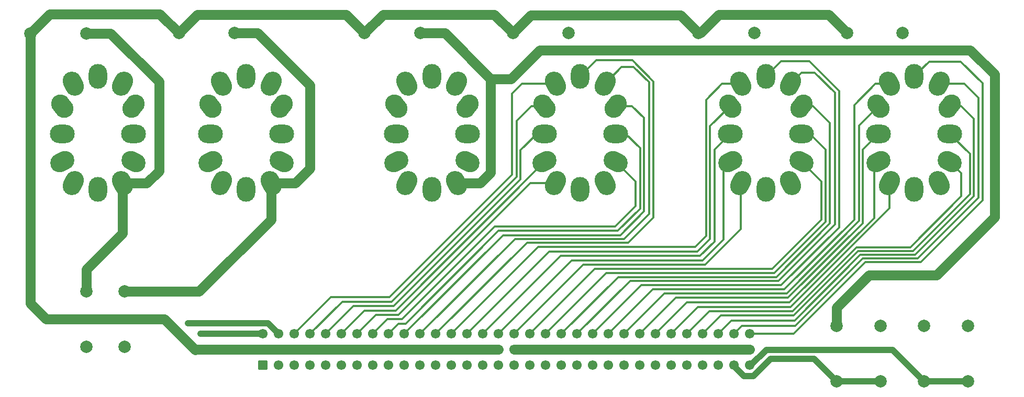
<source format=gbr>
%TF.GenerationSoftware,KiCad,Pcbnew,8.0.8*%
%TF.CreationDate,2025-04-20T11:12:47-07:00*%
%TF.ProjectId,display,64697370-6c61-4792-9e6b-696361645f70,rev?*%
%TF.SameCoordinates,Original*%
%TF.FileFunction,Copper,L1,Top*%
%TF.FilePolarity,Positive*%
%FSLAX46Y46*%
G04 Gerber Fmt 4.6, Leading zero omitted, Abs format (unit mm)*
G04 Created by KiCad (PCBNEW 8.0.8) date 2025-04-20 11:12:47*
%MOMM*%
%LPD*%
G01*
G04 APERTURE LIST*
G04 Aperture macros list*
%AMRoundRect*
0 Rectangle with rounded corners*
0 $1 Rounding radius*
0 $2 $3 $4 $5 $6 $7 $8 $9 X,Y pos of 4 corners*
0 Add a 4 corners polygon primitive as box body*
4,1,4,$2,$3,$4,$5,$6,$7,$8,$9,$2,$3,0*
0 Add four circle primitives for the rounded corners*
1,1,$1+$1,$2,$3*
1,1,$1+$1,$4,$5*
1,1,$1+$1,$6,$7*
1,1,$1+$1,$8,$9*
0 Add four rect primitives between the rounded corners*
20,1,$1+$1,$2,$3,$4,$5,0*
20,1,$1+$1,$4,$5,$6,$7,0*
20,1,$1+$1,$6,$7,$8,$9,0*
20,1,$1+$1,$8,$9,$2,$3,0*%
%AMHorizOval*
0 Thick line with rounded ends*
0 $1 width*
0 $2 $3 position (X,Y) of the first rounded end (center of the circle)*
0 $4 $5 position (X,Y) of the second rounded end (center of the circle)*
0 Add line between two ends*
20,1,$1,$2,$3,$4,$5,0*
0 Add two circle primitives to create the rounded ends*
1,1,$1,$2,$3*
1,1,$1,$4,$5*%
G04 Aperture macros list end*
%TA.AperFunction,ComponentPad*%
%ADD10HorizOval,3.000000X-0.223880X0.447077X0.223880X-0.447077X0*%
%TD*%
%TA.AperFunction,ComponentPad*%
%ADD11HorizOval,3.000000X-0.447077X0.223880X0.447077X-0.223880X0*%
%TD*%
%TA.AperFunction,ComponentPad*%
%ADD12O,4.000000X3.000000*%
%TD*%
%TA.AperFunction,ComponentPad*%
%ADD13HorizOval,3.000000X-0.307831X-0.394005X0.307831X0.394005X0*%
%TD*%
%TA.AperFunction,ComponentPad*%
%ADD14HorizOval,3.000000X-0.223880X-0.447077X0.223880X0.447077X0*%
%TD*%
%TA.AperFunction,ComponentPad*%
%ADD15O,3.000000X4.000000*%
%TD*%
%TA.AperFunction,ComponentPad*%
%ADD16HorizOval,3.000000X-0.223880X0.447077X0.223880X-0.447077X0*%
%TD*%
%TA.AperFunction,ComponentPad*%
%ADD17HorizOval,3.000000X-0.307831X0.394005X0.307831X-0.394005X0*%
%TD*%
%TA.AperFunction,ComponentPad*%
%ADD18HorizOval,3.000000X0.447077X0.223880X-0.447077X-0.223880X0*%
%TD*%
%TA.AperFunction,ComponentPad*%
%ADD19HorizOval,3.000000X0.223880X0.447077X-0.223880X-0.447077X0*%
%TD*%
%TA.AperFunction,ComponentPad*%
%ADD20C,2.000000*%
%TD*%
%TA.AperFunction,ComponentPad*%
%ADD21RoundRect,0.249999X-0.525001X-0.525001X0.525001X-0.525001X0.525001X0.525001X-0.525001X0.525001X0*%
%TD*%
%TA.AperFunction,ComponentPad*%
%ADD22C,1.550000*%
%TD*%
%TA.AperFunction,ViaPad*%
%ADD23C,0.600000*%
%TD*%
%TA.AperFunction,Conductor*%
%ADD24C,0.300000*%
%TD*%
%TA.AperFunction,Conductor*%
%ADD25C,1.600000*%
%TD*%
%TA.AperFunction,Conductor*%
%ADD26C,1.000000*%
%TD*%
G04 APERTURE END LIST*
D10*
%TO.P,N3,1,A*%
%TO.N,MD3*%
X144303700Y-92450000D03*
D11*
%TO.P,N3,2,D0*%
%TO.N,/T3-0*%
X146053700Y-88950000D03*
D12*
%TO.P,N3,3,D9*%
%TO.N,/T3-9*%
X146053700Y-84450000D03*
D13*
%TO.P,N3,4,D8*%
%TO.N,/T3-8*%
X146053700Y-79950000D03*
D14*
%TO.P,N3,5,D7*%
%TO.N,/T3-7*%
X144303700Y-76325000D03*
D15*
%TO.P,N3,6,D6*%
%TO.N,/T3-6*%
X140303700Y-75200000D03*
D16*
%TO.P,N3,7,D5*%
%TO.N,/T3-5*%
X136303700Y-76325000D03*
D17*
%TO.P,N3,8,D4*%
%TO.N,/T3-4*%
X134553700Y-79950000D03*
D12*
%TO.P,N3,9,D3*%
%TO.N,/T3-3*%
X134553700Y-84450000D03*
D18*
%TO.P,N3,10,D2*%
%TO.N,/T3-2*%
X134553700Y-88950000D03*
D19*
%TO.P,N3,11,D1*%
%TO.N,/T3-1*%
X136303700Y-92450000D03*
D15*
%TO.P,N3,12,NC*%
%TO.N,unconnected-(N3-NC-Pad12)*%
X140303700Y-93450000D03*
%TD*%
D20*
%TO.P,R2,1*%
%TO.N,Net-(N2-A)*%
X108424000Y-68170000D03*
%TO.P,R2,2*%
%TO.N,Net-(J1-Pin_b1)*%
X99424000Y-68170000D03*
%TD*%
%TO.P,R1,1*%
%TO.N,Net-(N1-A)*%
X84424000Y-68190000D03*
%TO.P,R1,2*%
%TO.N,Net-(J1-Pin_b1)*%
X75424000Y-68190000D03*
%TD*%
%TO.P,R3,1*%
%TO.N,MD3*%
X138433700Y-68170000D03*
%TO.P,R3,2*%
%TO.N,Net-(J1-Pin_b1)*%
X129433700Y-68170000D03*
%TD*%
%TO.P,R11,1*%
%TO.N,Net-(N5-A)*%
X219946666Y-115530000D03*
%TO.P,R11,2*%
%TO.N,Net-(J1-Pin_a32)*%
X219946666Y-124530000D03*
%TD*%
%TO.P,R4,1*%
%TO.N,MD4*%
X162446800Y-68170000D03*
%TO.P,R4,2*%
%TO.N,Net-(J1-Pin_b1)*%
X153446800Y-68170000D03*
%TD*%
%TO.P,R5,1*%
%TO.N,Net-(N5-A)*%
X192456900Y-68170000D03*
%TO.P,R5,2*%
%TO.N,Net-(J1-Pin_b1)*%
X183456900Y-68170000D03*
%TD*%
%TO.P,R7,1*%
%TO.N,Net-(N1-A)*%
X84450000Y-109960000D03*
%TO.P,R7,2*%
%TO.N,Net-(J1-Pin_c2)*%
X84450000Y-118960000D03*
%TD*%
D10*
%TO.P,N4,1,A*%
%TO.N,MD4*%
X168316800Y-92450000D03*
D11*
%TO.P,N4,2,D0*%
%TO.N,/T4-0*%
X170066800Y-88950000D03*
D12*
%TO.P,N4,3,D9*%
%TO.N,/T4-9*%
X170066800Y-84450000D03*
D13*
%TO.P,N4,4,D8*%
%TO.N,/T4-8*%
X170066800Y-79950000D03*
D14*
%TO.P,N4,5,D7*%
%TO.N,/T4-7*%
X168316800Y-76325000D03*
D15*
%TO.P,N4,6,D6*%
%TO.N,/T4-6*%
X164316800Y-75200000D03*
D16*
%TO.P,N4,7,D5*%
%TO.N,/T4-5*%
X160316800Y-76325000D03*
D17*
%TO.P,N4,8,D4*%
%TO.N,/T4-4*%
X158566800Y-79950000D03*
D12*
%TO.P,N4,9,D3*%
%TO.N,/T4-3*%
X158566800Y-84450000D03*
D18*
%TO.P,N4,10,D2*%
%TO.N,/T4-2*%
X158566800Y-88950000D03*
D19*
%TO.P,N4,11,D1*%
%TO.N,/T4-1*%
X160316800Y-92450000D03*
D15*
%TO.P,N4,12,NC*%
%TO.N,unconnected-(N4-NC-Pad12)*%
X164316800Y-93450000D03*
%TD*%
D10*
%TO.P,N2,1,A*%
%TO.N,Net-(N2-A)*%
X114304000Y-92450000D03*
D11*
%TO.P,N2,2,D0*%
%TO.N,/T2-0*%
X116054000Y-88950000D03*
D12*
%TO.P,N2,3,D9*%
%TO.N,/T2-9*%
X116054000Y-84450000D03*
D13*
%TO.P,N2,4,D8*%
%TO.N,/T2-8*%
X116054000Y-79950000D03*
D14*
%TO.P,N2,5,D7*%
%TO.N,/T2-7*%
X114304000Y-76325000D03*
D15*
%TO.P,N2,6,D6*%
%TO.N,/T2-6*%
X110304000Y-75200000D03*
D16*
%TO.P,N2,7,D5*%
%TO.N,/T2-5*%
X106304000Y-76325000D03*
D17*
%TO.P,N2,8,D4*%
%TO.N,/T2-4*%
X104554000Y-79950000D03*
D12*
%TO.P,N2,9,D3*%
%TO.N,/T2-3*%
X104554000Y-84450000D03*
D18*
%TO.P,N2,10,D2*%
%TO.N,/T2-2*%
X104554000Y-88950000D03*
D19*
%TO.P,N2,11,D1*%
%TO.N,/T2-1*%
X106304000Y-92450000D03*
D15*
%TO.P,N2,12,NC*%
%TO.N,unconnected-(N2-NC-Pad12)*%
X110304000Y-93450000D03*
%TD*%
D10*
%TO.P,N5,1,A*%
%TO.N,Net-(N5-A)*%
X198316900Y-92450000D03*
D11*
%TO.P,N5,2,D0*%
%TO.N,/T5-0*%
X200066900Y-88950000D03*
D12*
%TO.P,N5,3,D9*%
%TO.N,/T5-9*%
X200066900Y-84450000D03*
D13*
%TO.P,N5,4,D8*%
%TO.N,/T5-8*%
X200066900Y-79950000D03*
D14*
%TO.P,N5,5,D7*%
%TO.N,/T5-7*%
X198316900Y-76325000D03*
D15*
%TO.P,N5,6,D6*%
%TO.N,/T5-6*%
X194316900Y-75200000D03*
D16*
%TO.P,N5,7,D5*%
%TO.N,/T5-5*%
X190316900Y-76325000D03*
D17*
%TO.P,N5,8,D4*%
%TO.N,/T5-4*%
X188566900Y-79950000D03*
D12*
%TO.P,N5,9,D3*%
%TO.N,/T5-3*%
X188566900Y-84450000D03*
D18*
%TO.P,N5,10,D2*%
%TO.N,/T5-2*%
X188566900Y-88950000D03*
D19*
%TO.P,N5,11,D1*%
%TO.N,/T5-1*%
X190316900Y-92450000D03*
D15*
%TO.P,N5,12,NC*%
%TO.N,unconnected-(N5-NC-Pad12)*%
X194316900Y-93450000D03*
%TD*%
D20*
%TO.P,R6,1*%
%TO.N,Net-(N6-A)*%
X216450000Y-68160000D03*
%TO.P,R6,2*%
%TO.N,Net-(J1-Pin_b1)*%
X207450000Y-68160000D03*
%TD*%
D10*
%TO.P,N1,1,A*%
%TO.N,Net-(N1-A)*%
X90296452Y-92450000D03*
D11*
%TO.P,N1,2,D0*%
%TO.N,/T1-0*%
X92046452Y-88950000D03*
D12*
%TO.P,N1,3,D9*%
%TO.N,/T1-9*%
X92046452Y-84450000D03*
D13*
%TO.P,N1,4,D8*%
%TO.N,/T1-8*%
X92046452Y-79950000D03*
D14*
%TO.P,N1,5,D7*%
%TO.N,/T1-7*%
X90296452Y-76325000D03*
D15*
%TO.P,N1,6,D6*%
%TO.N,/T1-6*%
X86296452Y-75200000D03*
D16*
%TO.P,N1,7,D5*%
%TO.N,/T1-5*%
X82296452Y-76325000D03*
D17*
%TO.P,N1,8,D4*%
%TO.N,/T1-4*%
X80546452Y-79950000D03*
D12*
%TO.P,N1,9,D3*%
%TO.N,/T1-3*%
X80546452Y-84450000D03*
D18*
%TO.P,N1,10,D2*%
%TO.N,/T1-2*%
X80546452Y-88950000D03*
D19*
%TO.P,N1,11,D1*%
%TO.N,/T1-1*%
X82296452Y-92450000D03*
D15*
%TO.P,N1,12,NC*%
%TO.N,unconnected-(N1-NC-Pad12)*%
X86296452Y-93450000D03*
%TD*%
D20*
%TO.P,R8,1*%
%TO.N,Net-(N2-A)*%
X90670000Y-109960000D03*
%TO.P,R8,2*%
%TO.N,Net-(J1-Pin_c1)*%
X90670000Y-118960000D03*
%TD*%
%TO.P,R10,1*%
%TO.N,MD4*%
X212863333Y-115530000D03*
%TO.P,R10,2*%
%TO.N,Net-(J1-Pin_a31)*%
X212863333Y-124530000D03*
%TD*%
%TO.P,R9,1*%
%TO.N,MD3*%
X205780000Y-115530000D03*
%TO.P,R9,2*%
%TO.N,Net-(J1-Pin_a31)*%
X205780000Y-124530000D03*
%TD*%
D10*
%TO.P,N6,1,A*%
%TO.N,Net-(N6-A)*%
X222330000Y-92450000D03*
D11*
%TO.P,N6,2,D0*%
%TO.N,/T6-0*%
X224080000Y-88950000D03*
D12*
%TO.P,N6,3,D9*%
%TO.N,/T6-9*%
X224080000Y-84450000D03*
D13*
%TO.P,N6,4,D8*%
%TO.N,/T6-8*%
X224080000Y-79950000D03*
D14*
%TO.P,N6,5,D7*%
%TO.N,/T6-7*%
X222330000Y-76325000D03*
D15*
%TO.P,N6,6,D6*%
%TO.N,/T6-6*%
X218330000Y-75200000D03*
D16*
%TO.P,N6,7,D5*%
%TO.N,/T6-5*%
X214330000Y-76325000D03*
D17*
%TO.P,N6,8,D4*%
%TO.N,/T6-4*%
X212580000Y-79950000D03*
D12*
%TO.P,N6,9,D3*%
%TO.N,/T6-3*%
X212580000Y-84450000D03*
D18*
%TO.P,N6,10,D2*%
%TO.N,/T6-2*%
X212580000Y-88950000D03*
D19*
%TO.P,N6,11,D1*%
%TO.N,/T6-1*%
X214330000Y-92450000D03*
D15*
%TO.P,N6,12,NC*%
%TO.N,unconnected-(N6-NC-Pad12)*%
X218330000Y-93450000D03*
%TD*%
D20*
%TO.P,R12,1*%
%TO.N,Net-(N6-A)*%
X227030000Y-115530000D03*
%TO.P,R12,2*%
%TO.N,Net-(J1-Pin_a32)*%
X227030000Y-124530000D03*
%TD*%
D21*
%TO.P,J1,a1,Pin_a1*%
%TO.N,/T1-5*%
X112980000Y-121920000D03*
D22*
%TO.P,J1,a2,Pin_a2*%
%TO.N,/T1-4*%
X115520000Y-121920000D03*
%TO.P,J1,a3,Pin_a3*%
%TO.N,/T1-3*%
X118060000Y-121920000D03*
%TO.P,J1,a4,Pin_a4*%
%TO.N,/T1-2*%
X120600000Y-121920000D03*
%TO.P,J1,a5,Pin_a5*%
%TO.N,/T1-1*%
X123140000Y-121920000D03*
%TO.P,J1,a6,Pin_a6*%
%TO.N,/T1-0*%
X125680000Y-121920000D03*
%TO.P,J1,a7,Pin_a7*%
%TO.N,/T1-9*%
X128220000Y-121920000D03*
%TO.P,J1,a8,Pin_a8*%
%TO.N,/T1-8*%
X130760000Y-121920000D03*
%TO.P,J1,a9,Pin_a9*%
%TO.N,/T1-7*%
X133300000Y-121920000D03*
%TO.P,J1,a10,Pin_a10*%
%TO.N,/T1-6*%
X135840000Y-121920000D03*
%TO.P,J1,a11,Pin_a11*%
%TO.N,/T2-5*%
X138380000Y-121920000D03*
%TO.P,J1,a12,Pin_a12*%
%TO.N,/T2-4*%
X140920000Y-121920000D03*
%TO.P,J1,a13,Pin_a13*%
%TO.N,/T2-3*%
X143460000Y-121920000D03*
%TO.P,J1,a14,Pin_a14*%
%TO.N,/T2-2*%
X146000000Y-121920000D03*
%TO.P,J1,a15,Pin_a15*%
%TO.N,/T2-1*%
X148540000Y-121920000D03*
%TO.P,J1,a16,Pin_a16*%
%TO.N,/T2-0*%
X151080000Y-121920000D03*
%TO.P,J1,a17,Pin_a17*%
%TO.N,/T2-9*%
X153620000Y-121920000D03*
%TO.P,J1,a18,Pin_a18*%
%TO.N,/T2-8*%
X156160000Y-121920000D03*
%TO.P,J1,a19,Pin_a19*%
%TO.N,/T2-7*%
X158700000Y-121920000D03*
%TO.P,J1,a20,Pin_a20*%
%TO.N,/T2-6*%
X161240000Y-121920000D03*
%TO.P,J1,a21,Pin_a21*%
%TO.N,/T3-5*%
X163780000Y-121920000D03*
%TO.P,J1,a22,Pin_a22*%
%TO.N,/T3-4*%
X166320000Y-121920000D03*
%TO.P,J1,a23,Pin_a23*%
%TO.N,/T3-3*%
X168860000Y-121920000D03*
%TO.P,J1,a24,Pin_a24*%
%TO.N,/T3-2*%
X171400000Y-121920000D03*
%TO.P,J1,a25,Pin_a25*%
%TO.N,/T3-1*%
X173940000Y-121920000D03*
%TO.P,J1,a26,Pin_a26*%
%TO.N,/T3-0*%
X176480000Y-121920000D03*
%TO.P,J1,a27,Pin_a27*%
%TO.N,/T3-9*%
X179020000Y-121920000D03*
%TO.P,J1,a28,Pin_a28*%
%TO.N,/T3-8*%
X181560000Y-121920000D03*
%TO.P,J1,a29,Pin_a29*%
%TO.N,/T3-7*%
X184100000Y-121920000D03*
%TO.P,J1,a30,Pin_a30*%
%TO.N,/T3-6*%
X186640000Y-121920000D03*
%TO.P,J1,a31,Pin_a31*%
%TO.N,Net-(J1-Pin_a31)*%
X189180000Y-121920000D03*
%TO.P,J1,a32,Pin_a32*%
%TO.N,Net-(J1-Pin_a32)*%
X191720000Y-121920000D03*
%TO.P,J1,b1,Pin_b1*%
%TO.N,Net-(J1-Pin_b1)*%
X112980000Y-119380000D03*
%TO.P,J1,b2,Pin_b2*%
X115520000Y-119380000D03*
%TO.P,J1,b3,Pin_b3*%
X118060000Y-119380000D03*
%TO.P,J1,b4,Pin_b4*%
X120600000Y-119380000D03*
%TO.P,J1,b5,Pin_b5*%
X123140000Y-119380000D03*
%TO.P,J1,b6,Pin_b6*%
X125680000Y-119380000D03*
%TO.P,J1,b7,Pin_b7*%
X128220000Y-119380000D03*
%TO.P,J1,b8,Pin_b8*%
X130760000Y-119380000D03*
%TO.P,J1,b9,Pin_b9*%
X133300000Y-119380000D03*
%TO.P,J1,b10,Pin_b10*%
X135840000Y-119380000D03*
%TO.P,J1,b11,Pin_b11*%
X138380000Y-119380000D03*
%TO.P,J1,b12,Pin_b12*%
X140920000Y-119380000D03*
%TO.P,J1,b13,Pin_b13*%
X143460000Y-119380000D03*
%TO.P,J1,b14,Pin_b14*%
X146000000Y-119380000D03*
%TO.P,J1,b15,Pin_b15*%
X148540000Y-119380000D03*
%TO.P,J1,b16,Pin_b16*%
X151080000Y-119380000D03*
%TO.P,J1,b17,Pin_b17*%
%TO.N,GND*%
X153620000Y-119380000D03*
%TO.P,J1,b18,Pin_b18*%
X156160000Y-119380000D03*
%TO.P,J1,b19,Pin_b19*%
X158700000Y-119380000D03*
%TO.P,J1,b20,Pin_b20*%
X161240000Y-119380000D03*
%TO.P,J1,b21,Pin_b21*%
X163780000Y-119380000D03*
%TO.P,J1,b22,Pin_b22*%
X166320000Y-119380000D03*
%TO.P,J1,b23,Pin_b23*%
X168860000Y-119380000D03*
%TO.P,J1,b24,Pin_b24*%
X171400000Y-119380000D03*
%TO.P,J1,b25,Pin_b25*%
X173940000Y-119380000D03*
%TO.P,J1,b26,Pin_b26*%
X176480000Y-119380000D03*
%TO.P,J1,b27,Pin_b27*%
X179020000Y-119380000D03*
%TO.P,J1,b28,Pin_b28*%
X181560000Y-119380000D03*
%TO.P,J1,b29,Pin_b29*%
X184100000Y-119380000D03*
%TO.P,J1,b30,Pin_b30*%
X186640000Y-119380000D03*
%TO.P,J1,b31,Pin_b31*%
X189180000Y-119380000D03*
%TO.P,J1,b32,Pin_b32*%
X191720000Y-119380000D03*
%TO.P,J1,c1,Pin_c1*%
%TO.N,Net-(J1-Pin_c1)*%
X112980000Y-116840000D03*
%TO.P,J1,c2,Pin_c2*%
%TO.N,Net-(J1-Pin_c2)*%
X115520000Y-116840000D03*
%TO.P,J1,c3,Pin_c3*%
%TO.N,/T4-5*%
X118060000Y-116840000D03*
%TO.P,J1,c4,Pin_c4*%
%TO.N,/T4-4*%
X120600000Y-116840000D03*
%TO.P,J1,c5,Pin_c5*%
%TO.N,/T4-3*%
X123140000Y-116840000D03*
%TO.P,J1,c6,Pin_c6*%
%TO.N,/T4-2*%
X125680000Y-116840000D03*
%TO.P,J1,c7,Pin_c7*%
%TO.N,/T4-1*%
X128220000Y-116840000D03*
%TO.P,J1,c8,Pin_c8*%
%TO.N,/T4-0*%
X130760000Y-116840000D03*
%TO.P,J1,c9,Pin_c9*%
%TO.N,/T4-9*%
X133300000Y-116840000D03*
%TO.P,J1,c10,Pin_c10*%
%TO.N,/T4-8*%
X135840000Y-116840000D03*
%TO.P,J1,c11,Pin_c11*%
%TO.N,/T4-7*%
X138380000Y-116840000D03*
%TO.P,J1,c12,Pin_c12*%
%TO.N,/T4-6*%
X140920000Y-116840000D03*
%TO.P,J1,c13,Pin_c13*%
%TO.N,/T5-5*%
X143460000Y-116840000D03*
%TO.P,J1,c14,Pin_c14*%
%TO.N,/T5-4*%
X146000000Y-116840000D03*
%TO.P,J1,c15,Pin_c15*%
%TO.N,/T5-3*%
X148540000Y-116840000D03*
%TO.P,J1,c16,Pin_c16*%
%TO.N,/T5-2*%
X151080000Y-116840000D03*
%TO.P,J1,c17,Pin_c17*%
%TO.N,/T5-1*%
X153620000Y-116840000D03*
%TO.P,J1,c18,Pin_c18*%
%TO.N,/T5-0*%
X156160000Y-116840000D03*
%TO.P,J1,c19,Pin_c19*%
%TO.N,/T5-9*%
X158700000Y-116840000D03*
%TO.P,J1,c20,Pin_c20*%
%TO.N,/T5-8*%
X161240000Y-116840000D03*
%TO.P,J1,c21,Pin_c21*%
%TO.N,/T5-7*%
X163780000Y-116840000D03*
%TO.P,J1,c22,Pin_c22*%
%TO.N,/T5-6*%
X166320000Y-116840000D03*
%TO.P,J1,c23,Pin_c23*%
%TO.N,/T6-5*%
X168860000Y-116840000D03*
%TO.P,J1,c24,Pin_c24*%
%TO.N,/T6-4*%
X171400000Y-116840000D03*
%TO.P,J1,c25,Pin_c25*%
%TO.N,/T6-3*%
X173940000Y-116840000D03*
%TO.P,J1,c26,Pin_c26*%
%TO.N,/T6-2*%
X176480000Y-116840000D03*
%TO.P,J1,c27,Pin_c27*%
%TO.N,/T6-1*%
X179020000Y-116840000D03*
%TO.P,J1,c28,Pin_c28*%
%TO.N,/T6-0*%
X181560000Y-116840000D03*
%TO.P,J1,c29,Pin_c29*%
%TO.N,/T6-9*%
X184100000Y-116840000D03*
%TO.P,J1,c30,Pin_c30*%
%TO.N,/T6-8*%
X186640000Y-116840000D03*
%TO.P,J1,c31,Pin_c31*%
%TO.N,/T6-7*%
X189180000Y-116840000D03*
%TO.P,J1,c32,Pin_c32*%
%TO.N,/T6-6*%
X191720000Y-116840000D03*
%TD*%
D23*
%TO.N,Net-(J1-Pin_c1)*%
X102920000Y-116840000D03*
%TO.N,Net-(J1-Pin_c2)*%
X100910000Y-115110000D03*
%TD*%
D24*
%TO.N,/T4-6*%
X140920000Y-116840000D02*
X155700000Y-102060000D01*
X176170000Y-98010000D02*
X176170000Y-75970000D01*
X166946800Y-72570000D02*
X164316800Y-75200000D01*
X155700000Y-102060000D02*
X172120000Y-102060000D01*
X176170000Y-75970000D02*
X172770000Y-72570000D01*
X172120000Y-102060000D02*
X176170000Y-98010000D01*
X172770000Y-72570000D02*
X166946800Y-72570000D01*
%TO.N,/T6-2*%
X211870000Y-98070000D02*
X198170000Y-111770000D01*
X212580000Y-88950000D02*
X211870000Y-89660000D01*
X181550000Y-111770000D02*
X176480000Y-116840000D01*
X198170000Y-111770000D02*
X181550000Y-111770000D01*
X211870000Y-89660000D02*
X211870000Y-98070000D01*
D25*
%TO.N,Net-(J1-Pin_b1)*%
X102394000Y-65200000D02*
X126463700Y-65200000D01*
X77960000Y-114430000D02*
X75424000Y-111894000D01*
X102045000Y-119415000D02*
X97060000Y-114430000D01*
X150446800Y-65170000D02*
X153446800Y-68170000D01*
X153446800Y-68170000D02*
X156346800Y-65270000D01*
X186720000Y-65210000D02*
X204500000Y-65210000D01*
X126463700Y-65200000D02*
X129433700Y-68170000D01*
X180556900Y-65270000D02*
X183456900Y-68170000D01*
X102080000Y-119380000D02*
X102045000Y-119415000D01*
X132433700Y-65170000D02*
X150446800Y-65170000D01*
X151080000Y-119380000D02*
X102080000Y-119380000D01*
X78524000Y-65090000D02*
X96344000Y-65090000D01*
X183456900Y-68170000D02*
X183760000Y-68170000D01*
X156346800Y-65270000D02*
X180556900Y-65270000D01*
X97060000Y-114430000D02*
X77960000Y-114430000D01*
X75424000Y-111894000D02*
X75424000Y-68190000D01*
X204500000Y-65210000D02*
X207450000Y-68160000D01*
X75424000Y-68190000D02*
X78524000Y-65090000D01*
X183760000Y-68170000D02*
X186720000Y-65210000D01*
X129433700Y-68170000D02*
X132433700Y-65170000D01*
X99424000Y-68170000D02*
X102394000Y-65200000D01*
X96344000Y-65090000D02*
X99424000Y-68170000D01*
D24*
%TO.N,/T4-3*%
X154680000Y-87110000D02*
X157340000Y-84450000D01*
X157340000Y-84450000D02*
X158566800Y-84450000D01*
X154680000Y-91820000D02*
X154680000Y-87110000D01*
X127650000Y-112330000D02*
X134170000Y-112330000D01*
X134170000Y-112330000D02*
X154680000Y-91820000D01*
X123140000Y-116840000D02*
X127650000Y-112330000D01*
%TO.N,/T5-1*%
X153620000Y-116840000D02*
X164790000Y-105670000D01*
X190316900Y-99903100D02*
X190316900Y-92450000D01*
X164790000Y-105670000D02*
X184550000Y-105670000D01*
X184550000Y-105670000D02*
X190316900Y-99903100D01*
%TO.N,/T6-6*%
X191720000Y-116840000D02*
X191730000Y-116830000D01*
X225880000Y-72760000D02*
X220770000Y-72760000D01*
X229400000Y-95210000D02*
X229400000Y-76280000D01*
X229400000Y-76280000D02*
X225880000Y-72760000D01*
X191730000Y-116830000D02*
X198834374Y-116830000D01*
X219380000Y-105230000D02*
X229400000Y-95210000D01*
X210434374Y-105230000D02*
X219380000Y-105230000D01*
X198834374Y-116830000D02*
X210434374Y-105230000D01*
X220770000Y-72760000D02*
X218330000Y-75200000D01*
%TO.N,/T4-0*%
X169960000Y-99480000D02*
X173290000Y-96150000D01*
X150470000Y-99480000D02*
X169960000Y-99480000D01*
X130760000Y-116840000D02*
X133140000Y-114460000D01*
X135490000Y-114460000D02*
X150470000Y-99480000D01*
X173290000Y-92173200D02*
X170066800Y-88950000D01*
X133140000Y-114460000D02*
X135490000Y-114460000D01*
X173290000Y-96150000D02*
X173290000Y-92173200D01*
%TO.N,/T6-8*%
X218510000Y-104030000D02*
X228000000Y-94540000D01*
X186640000Y-116840000D02*
X186640000Y-116820000D01*
X188780000Y-114680000D02*
X198970000Y-114680000D01*
X228000000Y-94540000D02*
X228000000Y-82000000D01*
X186640000Y-116820000D02*
X188780000Y-114680000D01*
X209620000Y-104030000D02*
X218510000Y-104030000D01*
X225950000Y-79950000D02*
X224080000Y-79950000D01*
X228000000Y-82000000D02*
X225950000Y-79950000D01*
X198970000Y-114680000D02*
X209620000Y-104030000D01*
%TO.N,/T5-7*%
X163780000Y-116840000D02*
X172380000Y-108240000D01*
X196420000Y-108240000D02*
X205510000Y-99150000D01*
X202260000Y-74530000D02*
X200111900Y-74530000D01*
X205510000Y-99150000D02*
X205510000Y-77780000D01*
X205510000Y-77780000D02*
X202260000Y-74530000D01*
X172380000Y-108240000D02*
X196420000Y-108240000D01*
X200111900Y-74530000D02*
X198316900Y-76325000D01*
%TO.N,/T6-0*%
X185210000Y-113190000D02*
X198631472Y-113190000D01*
X225950000Y-94590000D02*
X225950000Y-90820000D01*
X208991472Y-102830000D02*
X217710000Y-102830000D01*
X198631472Y-113190000D02*
X208991472Y-102830000D01*
X225950000Y-90820000D02*
X224080000Y-88950000D01*
X217710000Y-102830000D02*
X225950000Y-94590000D01*
X181560000Y-116840000D02*
X185210000Y-113190000D01*
%TO.N,/T4-7*%
X138380000Y-116840000D02*
X153760000Y-101460000D01*
X175430000Y-97420000D02*
X175430000Y-76130000D01*
X171390000Y-101460000D02*
X175430000Y-97420000D01*
X171001800Y-73640000D02*
X168316800Y-76325000D01*
X172940000Y-73640000D02*
X171001800Y-73640000D01*
X153760000Y-101460000D02*
X171390000Y-101460000D01*
X175430000Y-76130000D02*
X172940000Y-73640000D01*
%TO.N,/T5-3*%
X148540000Y-116840000D02*
X161150000Y-104230000D01*
X186014560Y-101915440D02*
X186014560Y-87002340D01*
X186014560Y-87002340D02*
X188566900Y-84450000D01*
X161150000Y-104230000D02*
X183700000Y-104230000D01*
X183700000Y-104230000D02*
X186014560Y-101915440D01*
%TO.N,/T6-7*%
X189180000Y-116840000D02*
X189180000Y-116810000D01*
X190430000Y-115560000D02*
X199100000Y-115560000D01*
X226405000Y-76325000D02*
X222330000Y-76325000D01*
X228730000Y-94830000D02*
X228730000Y-78650000D01*
X199100000Y-115560000D02*
X210030000Y-104630000D01*
X189180000Y-116810000D02*
X190430000Y-115560000D01*
X210030000Y-104630000D02*
X218930000Y-104630000D01*
X218930000Y-104630000D02*
X228730000Y-94830000D01*
X228730000Y-78650000D02*
X226405000Y-76325000D01*
%TO.N,/T5-0*%
X156160000Y-116840000D02*
X166670000Y-106330000D01*
X166670000Y-106330000D02*
X195380000Y-106330000D01*
X203310000Y-92193100D02*
X200066900Y-88950000D01*
X203310000Y-98400000D02*
X203310000Y-92193100D01*
X195380000Y-106330000D02*
X203310000Y-98400000D01*
%TO.N,/T6-9*%
X198810000Y-113860000D02*
X209240000Y-103430000D01*
X227340000Y-87710000D02*
X224080000Y-84450000D01*
X187060000Y-113860000D02*
X198810000Y-113860000D01*
X209240000Y-103430000D02*
X218100000Y-103430000D01*
X184100000Y-116840000D02*
X184100000Y-116820000D01*
X184100000Y-116820000D02*
X187060000Y-113860000D01*
X227340000Y-94190000D02*
X227340000Y-87710000D01*
X218100000Y-103430000D02*
X227340000Y-94190000D01*
%TO.N,/T5-6*%
X196830000Y-108980000D02*
X174180000Y-108980000D01*
X194316900Y-75200000D02*
X196816900Y-72700000D01*
X206210000Y-77530000D02*
X206210000Y-99600000D01*
X201380000Y-72700000D02*
X206210000Y-77530000D01*
X196816900Y-72700000D02*
X201380000Y-72700000D01*
X206210000Y-99600000D02*
X196830000Y-108980000D01*
X174180000Y-108980000D02*
X166320000Y-116840000D01*
%TO.N,/T4-8*%
X172710000Y-79950000D02*
X170066800Y-79950000D01*
X151820000Y-100860000D02*
X170780000Y-100860000D01*
X174640000Y-97000000D02*
X174640000Y-81880000D01*
X170780000Y-100860000D02*
X174640000Y-97000000D01*
X174640000Y-81880000D02*
X172710000Y-79950000D01*
X135840000Y-116840000D02*
X151820000Y-100860000D01*
%TO.N,/T5-2*%
X187490000Y-90026900D02*
X188566900Y-88950000D01*
X162970000Y-104950000D02*
X184100000Y-104950000D01*
X187490000Y-101560000D02*
X187490000Y-90026900D01*
X184100000Y-104950000D02*
X187490000Y-101560000D01*
X151080000Y-116840000D02*
X162970000Y-104950000D01*
%TO.N,/T6-4*%
X197700000Y-110290000D02*
X177950000Y-110290000D01*
X212580000Y-79950000D02*
X209427660Y-83102340D01*
X209427660Y-98562340D02*
X197700000Y-110290000D01*
X209427660Y-83102340D02*
X209427660Y-98562340D01*
X177950000Y-110290000D02*
X171400000Y-116840000D01*
%TO.N,/T5-4*%
X146000000Y-116840000D02*
X159310000Y-103530000D01*
X185310000Y-83206900D02*
X188566900Y-79950000D01*
X185310000Y-101480000D02*
X185310000Y-83206900D01*
X183260000Y-103530000D02*
X185310000Y-101480000D01*
X159310000Y-103530000D02*
X183260000Y-103530000D01*
%TO.N,/T5-5*%
X182890000Y-102800000D02*
X184670000Y-101020000D01*
X187275000Y-76325000D02*
X190316900Y-76325000D01*
X184670000Y-78930000D02*
X187275000Y-76325000D01*
X184670000Y-101020000D02*
X184670000Y-78930000D01*
X157500000Y-102800000D02*
X182890000Y-102800000D01*
X143460000Y-116840000D02*
X157500000Y-102800000D01*
%TO.N,/T4-4*%
X125820000Y-111620000D02*
X133800000Y-111620000D01*
X156430000Y-79950000D02*
X158566800Y-79950000D01*
X120600000Y-116840000D02*
X125820000Y-111620000D01*
X133800000Y-111620000D02*
X154040000Y-91380000D01*
X154040000Y-91380000D02*
X154040000Y-82340000D01*
X154040000Y-82340000D02*
X156430000Y-79950000D01*
D25*
%TO.N,GND*%
X153620000Y-119380000D02*
X191720000Y-119380000D01*
D24*
%TO.N,/T4-9*%
X133300000Y-116840000D02*
X134950000Y-115190000D01*
X134950000Y-115190000D02*
X136060000Y-115190000D01*
X170410000Y-100130000D02*
X174000000Y-96540000D01*
X174000000Y-86800000D02*
X171650000Y-84450000D01*
X171650000Y-84450000D02*
X170066800Y-84450000D01*
X151120000Y-100130000D02*
X170410000Y-100130000D01*
X174000000Y-96540000D02*
X174000000Y-86800000D01*
X136060000Y-115190000D02*
X151120000Y-100130000D01*
%TO.N,/T5-9*%
X204000000Y-86990000D02*
X201460000Y-84450000D01*
X195680000Y-106990000D02*
X204000000Y-98670000D01*
X168550000Y-106990000D02*
X195680000Y-106990000D01*
X158700000Y-116840000D02*
X168550000Y-106990000D01*
X201460000Y-84450000D02*
X200066900Y-84450000D01*
X204000000Y-98670000D02*
X204000000Y-86990000D01*
D26*
%TO.N,Net-(J1-Pin_c1)*%
X102920000Y-116840000D02*
X112980000Y-116840000D01*
D24*
%TO.N,/T4-2*%
X125680000Y-116840000D02*
X129450000Y-113070000D01*
X129450000Y-113070000D02*
X134446800Y-113070000D01*
X134446800Y-113070000D02*
X158566800Y-88950000D01*
%TO.N,/T6-1*%
X179050000Y-116840000D02*
X183380000Y-112510000D01*
X179020000Y-116840000D02*
X179050000Y-116840000D01*
X214330000Y-96500000D02*
X214330000Y-92450000D01*
X198320000Y-112510000D02*
X214330000Y-96500000D01*
X183380000Y-112510000D02*
X198320000Y-112510000D01*
%TO.N,/T6-5*%
X197310000Y-109650000D02*
X208620000Y-98340000D01*
X208620000Y-79780000D02*
X212075000Y-76325000D01*
X208620000Y-98340000D02*
X208620000Y-79780000D01*
X176050000Y-109650000D02*
X197310000Y-109650000D01*
X168860000Y-116840000D02*
X176050000Y-109650000D01*
X212075000Y-76325000D02*
X214330000Y-76325000D01*
%TO.N,/T4-5*%
X153290000Y-91070000D02*
X153290000Y-77920000D01*
X124010000Y-110890000D02*
X133470000Y-110890000D01*
X133470000Y-110890000D02*
X153290000Y-91070000D01*
X118060000Y-116840000D02*
X124010000Y-110890000D01*
X154885000Y-76325000D02*
X160316800Y-76325000D01*
X153290000Y-77920000D02*
X154885000Y-76325000D01*
%TO.N,/T6-3*%
X179780000Y-111000000D02*
X197940000Y-111000000D01*
X197940000Y-111000000D02*
X210027660Y-98912340D01*
X210027660Y-98912340D02*
X210027660Y-87002340D01*
X173940000Y-116840000D02*
X179780000Y-111000000D01*
X210027660Y-87002340D02*
X212580000Y-84450000D01*
%TO.N,/T5-8*%
X161240000Y-116840000D02*
X170440000Y-107640000D01*
X204660000Y-82660000D02*
X201950000Y-79950000D01*
X204660000Y-98980000D02*
X204660000Y-82660000D01*
X201950000Y-79950000D02*
X200066900Y-79950000D01*
X196000000Y-107640000D02*
X204660000Y-98980000D01*
X170440000Y-107640000D02*
X196000000Y-107640000D01*
%TO.N,/T4-1*%
X156260000Y-92450000D02*
X160316800Y-92450000D01*
X131280000Y-113780000D02*
X134930000Y-113780000D01*
X128220000Y-116840000D02*
X131280000Y-113780000D01*
X134930000Y-113780000D02*
X156260000Y-92450000D01*
D25*
%TO.N,Net-(N1-A)*%
X96180000Y-76030000D02*
X96180000Y-90470000D01*
X90296452Y-100543548D02*
X90296452Y-92450000D01*
X94200000Y-92450000D02*
X90296452Y-92450000D01*
X88340000Y-68190000D02*
X96180000Y-76030000D01*
X84424000Y-68190000D02*
X88340000Y-68190000D01*
X84450000Y-106390000D02*
X90296452Y-100543548D01*
X96180000Y-90470000D02*
X94200000Y-92450000D01*
X84450000Y-109960000D02*
X84450000Y-106390000D01*
%TO.N,Net-(N2-A)*%
X102690000Y-109960000D02*
X114304000Y-98346000D01*
X112150000Y-68170000D02*
X120580000Y-76600000D01*
X120580000Y-76600000D02*
X120580000Y-90090000D01*
X90670000Y-109960000D02*
X102690000Y-109960000D01*
X108424000Y-68170000D02*
X112150000Y-68170000D01*
X114304000Y-98346000D02*
X114304000Y-92450000D01*
X118220000Y-92450000D02*
X114304000Y-92450000D01*
X120580000Y-90090000D02*
X118220000Y-92450000D01*
D26*
%TO.N,Net-(J1-Pin_a31)*%
X192310000Y-123660000D02*
X190800000Y-123660000D01*
X212863333Y-124530000D02*
X205780000Y-124530000D01*
X205780000Y-124530000D02*
X202120000Y-120870000D01*
X202120000Y-120870000D02*
X195100000Y-120870000D01*
X189180000Y-122040000D02*
X189180000Y-121920000D01*
X190800000Y-123660000D02*
X189180000Y-122040000D01*
X195100000Y-120870000D02*
X192310000Y-123660000D01*
%TO.N,Net-(J1-Pin_a32)*%
X191880000Y-121920000D02*
X191720000Y-121920000D01*
X219946666Y-124530000D02*
X214826666Y-119410000D01*
X214826666Y-119410000D02*
X194390000Y-119410000D01*
X194390000Y-119410000D02*
X191880000Y-121920000D01*
X227030000Y-124530000D02*
X219946666Y-124530000D01*
%TO.N,Net-(J1-Pin_c2)*%
X113790000Y-115110000D02*
X100910000Y-115110000D01*
X100910000Y-115110000D02*
X100880000Y-115110000D01*
X115520000Y-116840000D02*
X113790000Y-115110000D01*
D25*
%TO.N,MD3*%
X210990000Y-107340000D02*
X205780000Y-112550000D01*
X221910000Y-107340000D02*
X210990000Y-107340000D01*
X231350000Y-74850000D02*
X231350000Y-97900000D01*
X231350000Y-97900000D02*
X221910000Y-107340000D01*
X153110000Y-75580000D02*
X157800000Y-70890000D01*
X149850000Y-90720000D02*
X148120000Y-92450000D01*
X227390000Y-70890000D02*
X231350000Y-74850000D01*
X157800000Y-70890000D02*
X227390000Y-70890000D01*
X142440000Y-68170000D02*
X149850000Y-75580000D01*
X149850000Y-75580000D02*
X149850000Y-90720000D01*
X205780000Y-112550000D02*
X205780000Y-115530000D01*
X148120000Y-92450000D02*
X144303700Y-92450000D01*
X138433700Y-68170000D02*
X142440000Y-68170000D01*
X149850000Y-75580000D02*
X153110000Y-75580000D01*
%TD*%
M02*

</source>
